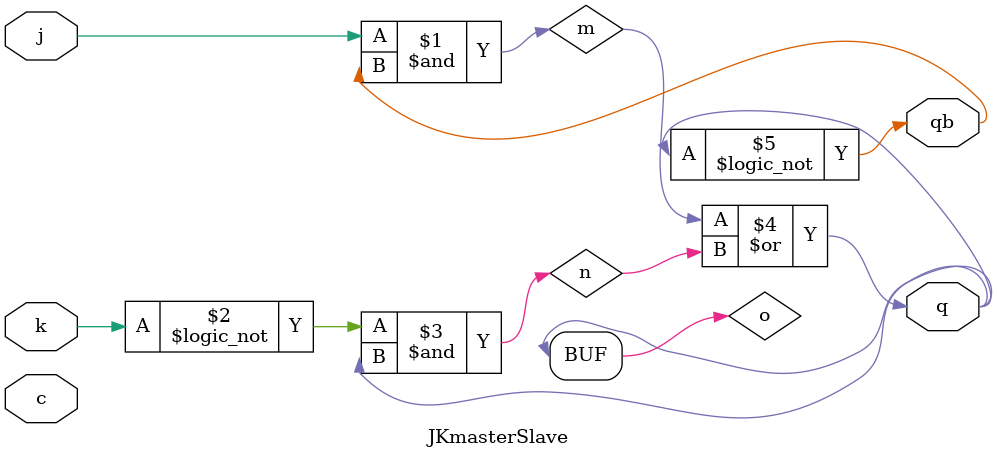
<source format=v>
module JKmasterSlave(j,k,c,q,qb);
input j,k,c;
output q,qb;
wire o;
and #1 (m,j,qb);
and #1 (n,!k,q);
or (o,m,n);
assign q = o;
assign qb = !q;
endmodule
</source>
